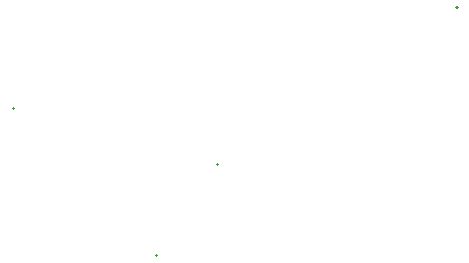
<source format=gbo>
G04 Layer_Color=13813960*
%FSLAX43Y43*%
%MOMM*%
G71*
G01*
G75*
%ADD14C,0.254*%
D14*
X76698Y55387D02*
X76724Y55413D01*
X71512Y47699D02*
X71538Y47673D01*
X59387Y60141D02*
X59412Y60166D01*
X96962Y68674D02*
X96988Y68648D01*
M02*

</source>
